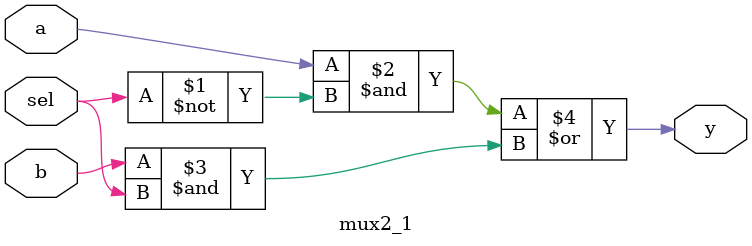
<source format=v>
module mux4_1(
    input  wire [1:0] sel,
    input  wire d0, d1, d2, d3,
    output wire y
);

    wire [3:0] temp_y;
    wire sel_val_3, sel_val_2, sel_val_1, sel_val_0;
    wire y2, y1;

    // Chọn d3: khi sel == 11 → sel_val_3 = sel[1] & sel[0]
    assign sel_val_3 = sel[1] & sel[0];
    assign temp_y[3] = d3 & sel_val_3;

    // Chọn giữa temp_y[3] và d2 (khi sel == 10)
    assign sel_val_2 = sel[1] & ~sel[0];
    mux2_1 mux_d2 (
        .a(temp_y[3]),
        .b(d2),
        .sel(sel_val_2),
        .y(temp_y[2])
    );

    // Chọn giữa temp_y[2] và d1 (khi sel == 01)
    assign sel_val_1 = ~sel[1] & sel[0];
    mux2_1 mux_d1 (
        .a(temp_y[2]),
        .b(d1),
        .sel(sel_val_1),
        .y(temp_y[1])
    );

    // Chọn giữa temp_y[1] và d0 (khi sel == 00)
    assign sel_val_0 = ~sel[1] & ~sel[0];
    mux2_1 mux_d0 (
        .a(temp_y[1]),
        .b(d0),
        .sel(sel_val_0),
        .y(temp_y[0])
    );

    assign y = temp_y[0];

endmodule


module mux2_1(
    input  wire a,
    input  wire b,
    input  wire sel,
    output wire y
);
    assign y = (a & ~sel) | (b & sel);
endmodule

</source>
